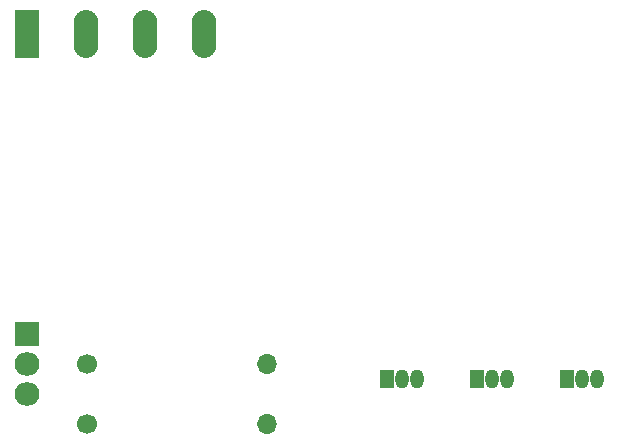
<source format=gbr>
%TF.GenerationSoftware,KiCad,Pcbnew,5.1.6*%
%TF.CreationDate,2020-11-23T13:40:36+00:00*%
%TF.ProjectId,LEDs,4c454473-2e6b-4696-9361-645f70636258,rev?*%
%TF.SameCoordinates,Original*%
%TF.FileFunction,Soldermask,Bot*%
%TF.FilePolarity,Negative*%
%FSLAX46Y46*%
G04 Gerber Fmt 4.6, Leading zero omitted, Abs format (unit mm)*
G04 Created by KiCad (PCBNEW 5.1.6) date 2020-11-23 13:40:36*
%MOMM*%
%LPD*%
G01*
G04 APERTURE LIST*
%ADD10O,2.100000X2.005000*%
%ADD11R,2.100000X2.005000*%
%ADD12O,1.700000X1.700000*%
%ADD13C,1.700000*%
%ADD14R,1.150000X1.600000*%
%ADD15O,1.150000X1.600000*%
%ADD16O,2.080000X4.060000*%
%ADD17R,2.080000X4.060000*%
G04 APERTURE END LIST*
D10*
%TO.C,U1*%
X132080000Y-106680000D03*
X132080000Y-104140000D03*
D11*
X132080000Y-101600000D03*
%TD*%
D12*
%TO.C,R2*%
X152400000Y-109220000D03*
D13*
X137160000Y-109220000D03*
%TD*%
D12*
%TO.C,R1*%
X152400000Y-104140000D03*
D13*
X137160000Y-104140000D03*
%TD*%
D14*
%TO.C,Q3*%
X162560000Y-105410000D03*
D15*
X165100000Y-105410000D03*
X163830000Y-105410000D03*
%TD*%
D14*
%TO.C,Q2*%
X170180000Y-105410000D03*
D15*
X172720000Y-105410000D03*
X171450000Y-105410000D03*
%TD*%
D14*
%TO.C,Q1*%
X177800000Y-105410000D03*
D15*
X180340000Y-105410000D03*
X179070000Y-105410000D03*
%TD*%
D16*
%TO.C,J1*%
X142080000Y-76200000D03*
X147080000Y-76200000D03*
X137080000Y-76200000D03*
D17*
X132080000Y-76200000D03*
%TD*%
M02*

</source>
